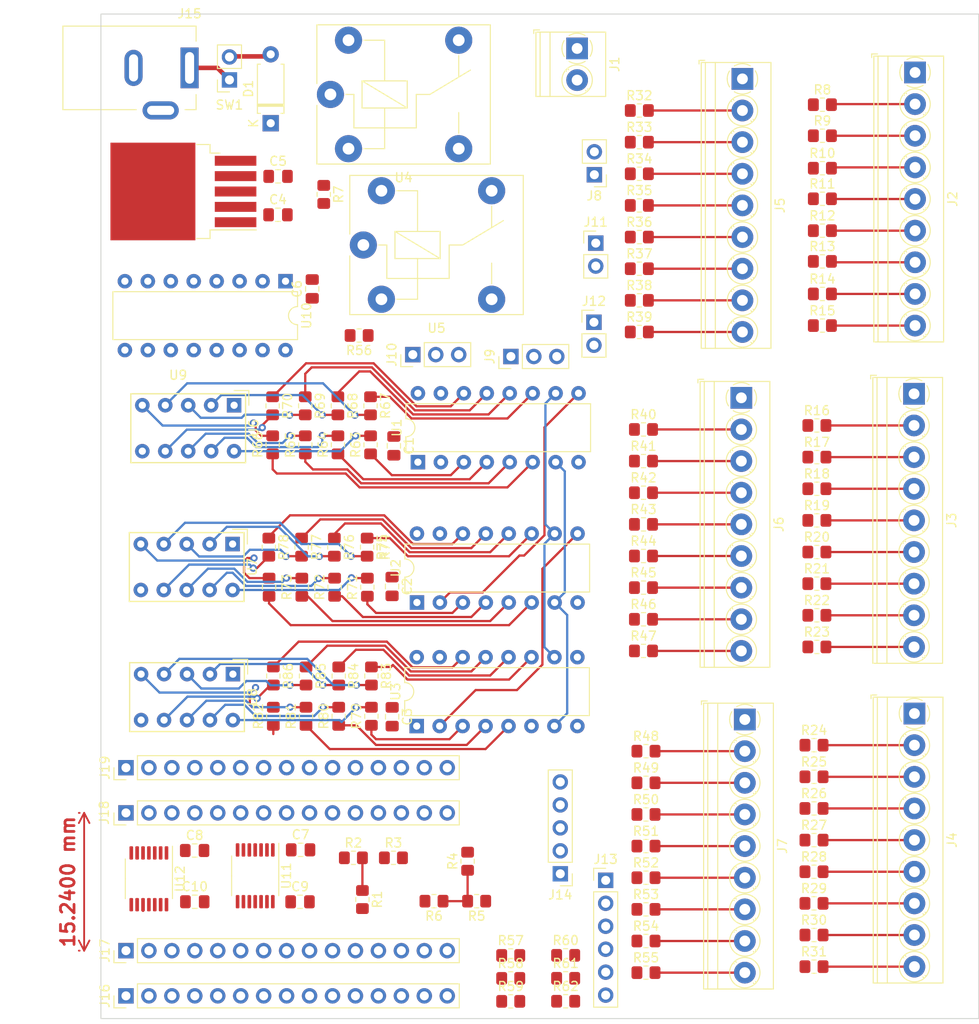
<source format=kicad_pcb>
(kicad_pcb (version 20211014) (generator pcbnew)
  (layers (0 "F.Cu" signal) (31 "B.Cu" signal) (34 "B.Paste" user) (35 "F.Paste" user) (36 "B.SilkS" user "B.Silkscreen") (37 "F.SilkS" user "F.Silkscreen") (38 "B.Mask" user) (39 "F.Mask" user) (44 "Edge.Cuts" user))
  (net 0 "")
  (net 1 "GND")
  (net 2 "+5V")
  (net 3 "+12V")
  (net 4 "+3V3")
  (net 5 "Net-(D1-Pad2)")
  (net 6 "Net-(J1-Pad1)")
  (net 7 "Net-(J2-Pad2)")
  (net 8 "Net-(J2-Pad3)")
  (net 9 "Net-(J2-Pad4)")
  (net 10 "Net-(J2-Pad5)")
  (net 11 "Net-(J2-Pad6)")
  (net 12 "Net-(J2-Pad7)")
  (net 13 "Net-(J2-Pad8)")
  (net 14 "Net-(J3-Pad2)")
  (net 15 "Net-(J3-Pad3)")
  (net 16 "Net-(J3-Pad4)")
  (net 17 "Net-(J3-Pad5)")
  (net 18 "Net-(J3-Pad6)")
  (net 19 "Net-(J3-Pad7)")
  (net 20 "Net-(J3-Pad8)")
  (net 21 "Net-(J4-Pad2)")
  (net 22 "Net-(J4-Pad3)")
  (net 23 "Net-(J4-Pad4)")
  (net 24 "Net-(J4-Pad5)")
  (net 25 "Net-(J4-Pad6)")
  (net 26 "Net-(J4-Pad7)")
  (net 27 "Net-(J4-Pad8)")
  (net 28 "Net-(J5-Pad2)")
  (net 29 "Net-(J5-Pad3)")
  (net 30 "Net-(J5-Pad4)")
  (net 31 "Net-(J5-Pad5)")
  (net 32 "Net-(J5-Pad6)")
  (net 33 "Net-(J5-Pad7)")
  (net 34 "Net-(J5-Pad8)")
  (net 35 "Net-(J6-Pad2)")
  (net 36 "Net-(J6-Pad3)")
  (net 37 "Net-(J6-Pad4)")
  (net 38 "Net-(J6-Pad5)")
  (net 39 "Net-(J6-Pad6)")
  (net 40 "Net-(J6-Pad7)")
  (net 41 "Net-(J6-Pad8)")
  (net 42 "Net-(J7-Pad2)")
  (net 43 "Net-(J7-Pad3)")
  (net 44 "Net-(J7-Pad4)")
  (net 45 "Net-(J7-Pad5)")
  (net 46 "Net-(J7-Pad6)")
  (net 47 "Net-(J7-Pad7)")
  (net 48 "Net-(J7-Pad8)")
  (net 49 "Net-(J8-Pad1)")
  (net 50 "/level_shifters/IN_3V3_7")
  (net 51 "Net-(J14-Pad3)")
  (net 52 "/level_shifters/OUT_5V_7")
  (net 53 "/level_shifters/IN_3V3_8")
  (net 54 "Net-(J10-Pad2)")
  (net 55 "/level_shifters/OUT_5V_8")
  (net 56 "Net-(J13-Pad1)")
  (net 57 "Net-(J13-Pad2)")
  (net 58 "Net-(J13-Pad3)")
  (net 59 "Net-(J13-Pad4)")
  (net 60 "Net-(J13-Pad5)")
  (net 61 "Net-(J13-Pad6)")
  (net 62 "Net-(J15-Pad1)")
  (net 67 "/level_shifters/IN_3V3_4")
  (net 68 "/level_shifters/IN_3V3_6")
  (net 69 "/level_shifters/IN_3V3_3")
  (net 72 "/level_shifters/IN_3V3_5")
  (net 81 "/level_shifters/IN_3V3_1")
  (net 86 "/level_shifters/IN_3V3_2")
  (net 90 "/level_shifters/OUT_5V_3")
  (net 91 "/level_shifters/OUT_5V_4")
  (net 92 "Net-(R7-Pad1)")
  (net 93 "/auxillary_sr/AUX_SR_1")
  (net 94 "/board_output/DIGIT1_1")
  (net 95 "/board_output/DIGIT1_2")
  (net 96 "/board_output/DIGIT1_3")
  (net 97 "/board_output/DIGIT1_4")
  (net 98 "/board_output/DIGIT1_5")
  (net 99 "/board_output/DIGIT1_6")
  (net 100 "/board_output/DIGIT1_7")
  (net 101 "/board_output/DIGIT1_8")
  (net 102 "/board_output/DIGIT2_1")
  (net 103 "/board_output/DIGIT2_2")
  (net 104 "/board_output/DIGIT2_3")
  (net 105 "/board_output/DIGIT2_4")
  (net 106 "/board_output/DIGIT2_5")
  (net 107 "/board_output/DIGIT2_6")
  (net 108 "/board_output/DIGIT2_7")
  (net 109 "/board_output/DIGIT2_8")
  (net 110 "/board_output/DIGIT3_1")
  (net 111 "/board_output/DIGIT3_2")
  (net 112 "/board_output/DIGIT3_3")
  (net 113 "/board_output/DIGIT3_4")
  (net 114 "/board_output/DIGIT3_5")
  (net 115 "/board_output/DIGIT3_6")
  (net 116 "/board_output/DIGIT3_7")
  (net 117 "/board_output/DIGIT3_8")
  (net 118 "Net-(R56-Pad1)")
  (net 119 "/auxillary_sr/AUX_SR_2")
  (net 121 "/auxillary_sr/AUX_SR_3")
  (net 122 "/auxillary_sr/AUX_SR_4")
  (net 123 "/auxillary_sr/AUX_SR_5")
  (net 124 "/auxillary_sr/AUX_SR_6")
  (net 125 "/auxillary_sr/AUX_SR_7")
  (net 126 "Net-(R63-Pad2)")
  (net 127 "Net-(R64-Pad2)")
  (net 128 "Net-(R65-Pad2)")
  (net 129 "Net-(R66-Pad2)")
  (net 130 "Net-(R67-Pad2)")
  (net 131 "Net-(R68-Pad2)")
  (net 132 "Net-(R69-Pad2)")
  (net 133 "Net-(R70-Pad2)")
  (net 134 "Net-(R71-Pad2)")
  (net 135 "Net-(R72-Pad2)")
  (net 136 "Net-(R73-Pad2)")
  (net 137 "Net-(R74-Pad2)")
  (net 138 "Net-(R75-Pad2)")
  (net 139 "Net-(R76-Pad2)")
  (net 140 "Net-(R77-Pad2)")
  (net 141 "Net-(R78-Pad2)")
  (net 142 "Net-(R79-Pad2)")
  (net 143 "Net-(R80-Pad2)")
  (net 144 "Net-(R81-Pad2)")
  (net 145 "Net-(R82-Pad2)")
  (net 146 "Net-(R83-Pad2)")
  (net 147 "Net-(R84-Pad2)")
  (net 148 "Net-(R85-Pad2)")
  (net 149 "Net-(R86-Pad2)")
  (net 150 "/level_shifters/OUT_5V_1")
  (net 151 "Net-(U1-Pad9)")
  (net 152 "/level_shifters/OUT_5V_5")
  (net 153 "/level_shifters/OUT_5V_2")
  (net 154 "Net-(U2-Pad9)")
  (net 155 "/level_shifters/OUT_5V_6")
  (net 156 "/auxillary_sr/AUX_SR_8")
  (net 158 "Net-(J2-Pad9)")
  (net 159 "Net-(J3-Pad9)")
  (net 160 "Net-(J4-Pad9)")
  (net 161 "Net-(J5-Pad9)")
  (net 162 "Net-(J6-Pad9)")
  (net 163 "Net-(J7-Pad9)")
  (net 164 "/nCLR_PULLED")
  (net 165 "/nOE_PULLED")
  (footprint "Resistor_SMD:R_0805_2012Metric_Pad1.20x1.40mm_HandSolder" (layer "F.Cu") (at 160.02 145.405)
    (fp_text reference "R62")
    (fp_text value "0")
  )
  (footprint "Resistor_SMD:R_0805_2012Metric_Pad1.20x1.40mm_HandSolder" (layer "F.Cu") (at 131.284816 109.423634 -90)
    (fp_text reference "R85")
    (fp_text value "120")
  )
  (footprint "Resistor_SMD:R_0805_2012Metric_Pad1.20x1.40mm_HandSolder" (layer "F.Cu") (at 187.506274 120.576782)
    (fp_text reference "R25")
    (fp_text value "15")
  )
  (footprint "Display_7Segment:HDSP-A151" (layer "F.Cu") (at 123.157197 94.828799 -90)
    (fp_text reference "U7")
    (fp_text value "HDSP-7501")
  )
  (footprint "Resistor_SMD:R_0805_2012Metric_Pad1.20x1.40mm_HandSolder" (layer "F.Cu") (at 187.827774 102.711074)
    (fp_text reference "R22")
    (fp_text value "15")
  )
  (footprint "Resistor_SMD:R_0805_2012Metric_Pad1.20x1.40mm_HandSolder" (layer "F.Cu") (at 138.04546 95.170303 -90)
    (fp_text reference "R75")
    (fp_text value "120")
  )
  (footprint "Connector_PinHeader_2.54mm:PinHeader_1x02_P2.54mm_Vertical" (layer "F.Cu") (at 163.151026 70.292802)
    (fp_text reference "J12")
    (fp_text value "5V POW CONN")
  )
  (footprint "Resistor_SMD:R_0805_2012Metric_Pad1.20x1.40mm_HandSolder" (layer "F.Cu") (at 134.817071 83.853679 90)
    (fp_text reference "R64")
    (fp_text value "120")
  )
  (footprint "Resistor_SMD:R_0805_2012Metric_Pad1.20x1.40mm_HandSolder" (layer "F.Cu") (at 168.91 135.24)
    (fp_text reference "R53")
    (fp_text value "15")
  )
  (footprint "Relay_THT:Relay_SPDT_Finder_36.11" (layer "F.Cu") (at 133.985 45.092382)
    (fp_text reference "U4")
    (fp_text value "J107F1CS1212VDC.36")
  )
  (footprint "Connector_PinHeader_2.54mm:PinHeader_1x03_P2.54mm_Vertical" (layer "F.Cu") (at 143.103626 73.872786 90)
    (fp_text reference "J10")
    (fp_text value "Conn_01x03_Male")
  )
  (footprint "Resistor_SMD:R_0805_2012Metric_Pad1.20x1.40mm_HandSolder" (layer "F.Cu") (at 187.506274 138.076782)
    (fp_text reference "R30")
    (fp_text value "15")
  )
  (footprint "Resistor_SMD:R_0805_2012Metric_Pad1.20x1.40mm_HandSolder" (layer "F.Cu") (at 127.193653 99.599008 90)
    (fp_text reference "R74")
    (fp_text value "120")
  )
  (footprint "Resistor_SMD:R_0805_2012Metric_Pad1.20x1.40mm_HandSolder" (layer "F.Cu") (at 134.900052 113.878799 90)
    (fp_text reference "R80")
    (fp_text value "120")
  )
  (footprint "Resistor_SMD:R_0805_2012Metric_Pad1.20x1.40mm_HandSolder" (layer "F.Cu") (at 168.172654 64.369276)
    (fp_text reference "R37")
    (fp_text value "15")
  )
  (footprint "Connector_BarrelJack:BarrelJack_Kycon_KLDX-0202-xC_Horizontal" (layer "F.Cu") (at 118.394115 42.154247)
    (fp_text reference "J15")
    (fp_text value "Barrel_Jack")
  )
  (footprint "Resistor_SMD:R_0805_2012Metric_Pad1.20x1.40mm_HandSolder" (layer "F.Cu") (at 168.91 121.24)
    (fp_text reference "R49")
    (fp_text value "15")
  )
  (footprint "Connector_PinHeader_2.54mm:PinHeader_1x03_P2.54mm_Vertical" (layer "F.Cu") (at 153.957791 74.082486 90)
    (fp_text reference "J9")
    (fp_text value "Conn_01x03_Male")
  )
  (footprint "Package_DIP:DIP-16_W7.62mm" (layer "F.Cu") (at 143.559032 101.293677 90)
    (fp_text reference "U2")
    (fp_text value "TPIC6595")
  )
  (footprint "Resistor_SMD:R_0805_2012Metric_Pad1.20x1.40mm_HandSolder" (layer "F.Cu") (at 168.632785 96.150397)
    (fp_text reference "R44")
    (fp_text value "15")
  )
  (footprint "Capacitor_SMD:C_0805_2012Metric_Pad1.18x1.45mm_HandSolder" (layer "F.Cu") (at 131.969573 66.60491 90)
    (fp_text reference "C6")
    (fp_text value "C_Small")
  )
  (footprint "Resistor_SMD:R_0805_2012Metric_Pad1.20x1.40mm_HandSolder" (layer "F.Cu") (at 134.419338 95.170303 -90)
    (fp_text reference "R76")
    (fp_text value "120")
  )
  (footprint "Resistor_SMD:R_0805_2012Metric_Pad1.20x1.40mm_HandSolder" (layer "F.Cu") (at 127.167088 95.170303 -90)
    (fp_text reference "R78")
    (fp_text value "120")
  )
  (footprint "Resistor_SMD:R_0805_2012Metric_Pad1.20x1.40mm_HandSolder" (layer "F.Cu") (at 187.827774 88.711074)
    (fp_text reference "R18")
    (fp_text value "15")
  )
  (footprint "Package_DIP:DIP-16_W7.62mm" (layer "F.Cu") (at 129.013876 65.751528 -90)
    (fp_text reference "U10")
    (fp_text value "TPIC6595")
  )
  (footprint "Resistor_SMD:R_0805_2012Metric_Pad1.20x1.40mm_HandSolder" (layer "F.Cu") (at 138.429508 83.853679 90)
    (fp_text reference "R63")
    (fp_text value "120")
  )
  (footprint "Resistor_SMD:R_0805_2012Metric_Pad1.20x1.40mm_HandSolder" (layer "F.Cu") (at 138.518623 113.878799 90)
    (fp_text reference "R79")
    (fp_text value "120")
  )
  (footprint "Resistor_SMD:R_0805_2012Metric_Pad1.20x1.40mm_HandSolder" (layer "F.Cu") (at 145.44745 134.331703 180)
    (fp_text reference "R6")
    (fp_text value "100k")
  )
  (footprint "Resistor_SMD:R_0805_2012Metric_Pad1.20x1.40mm_HandSolder" (layer "F.Cu") (at 188.434213 60.16074)
    (fp_text reference "R12")
    (fp_text value "15")
  )
  (footprint "Resistor_SMD:R_0805_2012Metric_Pad1.20x1.40mm_HandSolder" (layer "F.Cu") (at 133.244838 56.15 -90)
    (fp_text reference "R7")
    (fp_text value "0")
  )
  (footprint "Capacitor_SMD:C_0805_2012Metric_Pad1.18x1.45mm_HandSolder" (layer "F.Cu") (at 128.177985 58.405213)
    (fp_text reference "C4")
    (fp_text value "10u")
  )
  (footprint "TerminalBlock_Phoenix:TerminalBlock_Phoenix_PT-1,5-9-3.5-H_1x09_P3.50mm_Horizontal" (layer "F.Cu") (at 179.584971 43.369276 -90)
    (fp_text reference "J5")
    (fp_text value "DIGIT4")
  )
  (footprint "Connector_PinHeader_2.54mm:PinHeader_1x06_P2.54mm_Vertical" (layer "F.Cu") (at 164.449681 132.027874)
    (fp_text reference "J13")
    (fp_text value "AUX SINK")
  )
  (footprint "Resistor_SMD:R_0805_2012Metric_Pad1.20x1.40mm_HandSolder" (layer "F.Cu") (at 187.827774 92.211074)
    (fp_text reference "R19")
    (fp_text value "15")
  )
  (footprint "Resistor_SMD:R_0805_2012Metric_Pad1.20x1.40mm_HandSolder" (layer "F.Cu") (at 187.506274 141.576782)
    (fp_text reference "R31")
    (fp_text value "15")
  )
  (footprint "Resistor_SMD:R_0805_2012Metric_Pad1.20x1.40mm_HandSolder" (layer "F.Cu") (at 160.02 142.865)
    (fp_text reference "R61")
    (fp_text value "0")
  )
  (footprint "Resistor_SMD:R_0805_2012Metric_Pad1.20x1.40mm_HandSolder" (layer "F.Cu") (at 130.819775 99.599008 90)
    (fp_text reference "R73")
    (fp_text value "120")
  )
  (footprint "TerminalBlock_Phoenix:TerminalBlock_Phoenix_PT-1,5-9-3.5-H_1x09_P3.50mm_Horizontal" (layer "F.Cu") (at 179.462514 78.650397 -90)
    (fp_text reference "J6")
    (fp_text value "DIGIT5")
  )
  (footprint "Resistor_SMD:R_0805_2012Metric_Pad1.20x1.40mm_HandSolder" (layer "F.Cu") (at 187.827774 99.211074)
    (fp_text reference "R21")
    (fp_text value "15")
  )
  (footprint "Package_SO:TSSOP-14_4.4x5mm_P0.65mm" (layer "F.Cu") (at 125.658143 131.529274 -90)
    (fp_text reference "U11")
    (fp_text value "TXU0104")
  )
  (footprint "Resistor_SMD:R_0805_2012Metric_Pad1.20x1.40mm_HandSolder" (layer "F.Cu") (at 168.172654 57.369276)
    (fp_text reference "R35")
    (fp_text value "15")
  )
  (footprint "Connector_PinHeader_2.54mm:PinHeader_1x02_P2.54mm_Vertical" (layer "F.Cu") (at 163.352035 61.538366)
    (fp_text reference "J11")
    (fp_text value "12V POW CONN")
  )
  (footprint "Resistor_SMD:R_0805_2012Metric_Pad1.20x1.40mm_HandSolder" (layer "F.Cu") (at 134.903387 109.423634 -90)
    (fp_text reference "R84")
    (fp_text value "120")
  )
  (footprint "Connector_PinHeader_2.54mm:PinHeader_1x02_P2.54mm_Vertical" (layer "F.Cu") (at 163.195 53.975 180)
    (fp_text reference "J8")
    (fp_text value "AUX 12V OUT")
  )
  (footprint "Resistor_SMD:R_0805_2012Metric_Pad1.20x1.40mm_HandSolder" (layer "F.Cu") (at 187.827774 85.211074)
    (fp_text reference "R17")
    (fp_text value "15")
  )
  (footprint "Capacitor_SMD:C_0805_2012Metric_Pad1.18x1.45mm_HandSolder" (layer "F.Cu") (at 118.971043 134.398465)
    (fp_text reference "C10")
    (fp_text value "0.1u")
  )
  (footprint "Resistor_SMD:R_0805_2012Metric_Pad1.20x1.40mm_HandSolder" (layer "F.Cu") (at 153.94 145.415)
    (fp_text reference "R59")
    (fp_text value "0")
  )
  (footprint "Resistor_SMD:R_0805_2012Metric_Pad1.20x1.40mm_HandSolder" (layer "F.Cu") (at 187.827774 81.711074)
    (fp_text reference "R16")
    (fp_text value "15")
  )
  (footprint "Resistor_SMD:R_0805_2012Metric_Pad1.20x1.40mm_HandSolder" (layer "F.Cu") (at 188.434213 63.558899)
    (fp_text reference "R13")
    (fp_text value "15")
  )
  (footprint "Capacitor_SMD:C_0805_2012Metric_Pad1.18x1.45mm_HandSolder" (layer "F.Cu") (at 130.621109 134.404824)
    (fp_text reference "C9")
    (fp_text value "0.1u")
  )
  (footprint "Connector_PinHeader_2.54mm:PinHeader_1x15_P2.54mm_Vertical" (layer "F.Cu") (at 111.354287 119.567941 90)
    (fp_text reference "J19")
    (fp_text value "CN4 Breakout")
  )
  (footprint "Capacitor_SMD:C_0805_2012Metric_Pad1.18x1.45mm_HandSolder" (layer "F.Cu") (at 128.188588 54.153475)
    (fp_text reference "C5")
    (fp_text value "10u")
  )
  (footprint "Resistor_SMD:R_0805_2012Metric_Pad1.20x1.40mm_HandSolder" (layer "F.Cu") (at 187.827774 106.211074)
    (fp_text reference "R23")
    (fp_text value "15")
  )
  (footprint "Resistor_SMD:R_0805_2012Metric_Pad1.20x1.40mm_HandSolder" (layer "F.Cu") (at 168.91 131.74)
    (fp_text reference "R52")
    (fp_text value "15")
  )
  (footprint "Resistor_SMD:R_0805_2012Metric_Pad1.20x1.40mm_HandSolder" (layer "F.Cu") (at 134.810186 79.537043 -90)
    (fp_text reference "R68")
    (fp_text value "120")
  )
  (footprint "Relay_THT:Relay_SPDT_Finder_36.11" (layer "F.Cu") (at 137.627796 61.74655)
    (fp_text reference "U5")
    (fp_text value "J107F1CS1212VDC.36")
  )
  (footprint "Resistor_SMD:R_0805_2012Metric_Pad1.20x1.40mm_HandSolder" (layer "F.Cu") (at 138.072019 99.599008 90)
    (fp_text reference "R71")
    (fp_text value "120")
  )
  (footprint "Capacitor_SMD:C_0805_2012Metric_Pad1.18x1.45mm_HandSolder" (layer "F.Cu") (at 140.805684 99.520902 -90)
    (fp_text reference "C2")
    (fp_text value "C_Small")
  )
  (footprint "Resistor_SMD:R_0805_2012Metric_Pad1.20x1.40mm_HandSolder" (layer "F.Cu") (at 168.172654 50.369276)
    (fp_text reference "R33")
    (fp_text value "15")
  )
  (footprint "Resistor_SMD:R_0805_2012Metric_Pad1.20x1.40mm_HandSolder" (layer "F.Cu") (at 187.506274 134.576782)
    (fp_text reference "R29")
    (fp_text value "15")
  )
  (footprint "Resistor_SMD:R_0805_2012Metric_Pad1.20x1.40mm_HandSolder" (layer "F.Cu") (at 168.91 128.24)
    (fp_text reference "R51")
    (fp_text value "15")
  )
  (footprint "Capacitor_SMD:C_0805_2012Metric_Pad1.18x1.45mm_HandSolder" (layer "F.Cu") (at 140.815256 113.929769 -90)
    (fp_text reference "C3")
    (fp_text value "C_Small")
  )
  (footprint "Resistor_SMD:R_0805_2012Metric_Pad1.20x1.40mm_HandSolder" (layer "F.Cu") (at 140.956805 129.54)
    (fp_text reference "R3")
    (fp_text value "100k")
  )
  (footprint "Connector_PinSocket_2.54mm:PinSocket_1x02_P2.54mm_Vertical" (layer "F.Cu") (at 122.808545 43.484201 180)
    (fp_text reference "SW1")
    (fp_text value "SW_DIP_x01")
  )
  (footprint "TerminalBlock_Phoenix:TerminalBlock_Phoenix_PT-1,5-9-3.5-H_1x09_P3.50mm_Horizontal" (layer "F.Cu") (at 198.620507 113.576782 -90)
    (fp_text reference "J4")
    (fp_text value "DIGIT3")
  )
  (footprint "TerminalBlock_Phoenix:TerminalBlock_Phoenix_PT-1,5-9-3.5-H_1x09_P3.50mm_Horizontal" (layer "F.Cu") (at 198.691614 42.66074 -90)
    (fp_text reference "J2")
    (fp_text value "DIGIT1")
  )
  (footprint "Resistor_SMD:R_0805_2012Metric_Pad1.20x1.40mm_HandSolder" (layer "F.Cu") (at 127.66291 113.878799 90)
    (fp_text reference "R82")
    (fp_text value "120")
  )
  (footprint "Resistor_SMD:R_0805_2012Metric_Pad1.20x1.40mm_HandSolder" (layer "F.Cu") (at 149.167793 129.914034 90)
    (fp_text reference "R4")
    (fp_text value "0")
  )
  (footprint "Connector_PinHeader_2.54mm:PinHeader_1x05_P2.54mm_Vertical" (layer "F.Cu") (at 159.425083 131.305661 180)
    (fp_text reference "J14")
    (fp_text value "AUX GPIO")
  )
  (footprint "Resistor_SMD:R_0805_2012Metric_Pad1.20x1.40mm_HandSolder" (layer "F.Cu") (at 187.827774 95.711074)
    (fp_text reference "R20")
    (fp_text value "15")
  )
  (footprint "Resistor_SMD:R_0805_2012Metric_Pad1.20x1.40mm_HandSolder" (layer "F.Cu") (at 168.91 138.74)
    (fp_text reference "R54")
    (fp_text value "15")
  )
  (footprint "Resistor_SMD:R_0805_2012Metric_Pad1.20x1.40mm_HandSolder" (layer "F.Cu") (at 168.172654 60.869276)
    (fp_text reference "R36")
    (fp_text value "15")
  )
  (footprint "Resistor_SMD:R_0805_2012Metric_Pad1.20x1.40mm_HandSolder" (layer "F.Cu") (at 188.434213 56.635462)
    (fp_text reference "R11")
    (fp_text value "15")
  )
  (footprint "Connector_PinHeader_2.54mm:PinHeader_1x15_P2.54mm_Vertical" (layer "F.Cu") (at 111.354287 139.807941 90)
    (fp_text reference "J17")
    (fp_text value "CN3")
  )
  (footprint "Resistor_SMD:R_0805_2012Metric_Pad1.20x1.40mm_HandSolder" (layer "F.Cu") (at 168.172654 53.869276)
    (fp_text reference "R34")
    (fp_text value "15")
  )
  (footprint "Resistor_SMD:R_0805_2012Metric_Pad1.20x1.40mm_HandSolder" (layer "F.Cu") (at 168.91 117.74)
    (fp_text reference "R48")
    (fp_text value "15")
  )
  (footprint "Resistor_SMD:R_0805_2012Metric_Pad1.20x1.40mm_HandSolder" (layer "F.Cu") (at 131.281481 113.878799 90)
    (fp_text reference "R81")
    (fp_text value "120")
  )
  (footprint "Resistor_SMD:R_0805_2012Metric_Pad1.20x1.40mm_HandSolder" (layer "F.Cu") (at 187.506274 117.076782)
    (fp_text reference "R24")
    (fp_text value "15")
  )
  (footprint "Resistor_SMD:R_0805_2012Metric_Pad1.20x1.40mm_HandSolder" (layer "F.Cu") (at 136.525 129.54)
    (fp_text reference "R2")
    (fp_text value "100k")
  )
  (footprint "Resistor_SMD:R_0805_2012Metric_Pad1.20x1.40mm_HandSolder" (layer "F.Cu") (at 168.172654 67.869276)
    (fp_text reference "R38")
    (fp_text value "15")
  )
  (footprint "Capacitor_SMD:C_0805_2012Metric_Pad1.18x1.45mm_HandSolder" (layer "F.Cu") (at 118.954133 128.729091)
    (fp_text reference "C8")
    (fp_text value "0.1u")
  )
  (footprint "Resistor_SMD:R_0805_2012Metric_Pad1.20x1.40mm_HandSolder" (layer "F.Cu") (at 188.434213 67.16074)
    (fp_text reference "R14")
    (fp_text value "15")
  )
  (footprint "Package_DIP:DIP-16_W7.62mm" (layer "F.Cu") (at 143.535181 114.962373 90)
    (fp_text reference "U3")
    (fp_text value "TPIC6595")
  )
  (footprint "Resistor_SMD:R_0805_2012Metric_Pad1.20x1.40mm_HandSolder" (layer "F.Cu") (at 168.632785 85.650397)
    (fp_text reference "R41")
    (fp_text value "15")
  )
  (footprint "Resistor_SMD:R_0805_2012Metric_Pad1.20x1.40mm_HandSolder" (layer "F.Cu") (at 134.445897 99.599008 90)
    (fp_text reference "R72")
    (fp_text value "120")
  )
  (footprint "Capacitor_SMD:C_0805_2012Metric_Pad1.18x1.45mm_HandSolder" (layer "F.Cu") (at 141.006277 83.965165 -90)
    (fp_text reference "C1")
    (fp_text value "C_Small")
  )
  (footprint "Resistor_SMD:R_0805_2012Metric_Pad1.20x1.40mm_HandSolder" (layer "F.Cu") (at 188.434213 53.25067)
    (fp_text reference "R10")
    (fp_text value "15")
  )
  (footprint "Resistor_SMD:R_0805_2012Metric_Pad1.20x1.40mm_HandSolder" (layer "F.Cu") (at 153.94 142.875)
    (fp_text reference "R58")
    (fp_text value "0")
  )
  (footprint "Resistor_SMD:R_0805_2012Metric_Pad1.20x1.40mm_HandSolder" (layer "F.Cu") (at 187.506274 131.076782)
    (fp_text reference "R28")
    (fp_text value "15")
  )
  (footprint "Diode_THT:D_A-405_P7.62mm_Horizontal" (layer "F.Cu") (at 127.374236 48.274434 90)
    (fp_text reference "D1")
    (fp_text value "D_Schottky")
  )
  (footprint "Resistor_SMD:R_0805_2012Metric_Pad1.20x1.40mm_HandSolder" (layer "F.Cu") (at 168.632785 82.150397)
    (fp_text reference "R40")
    (fp_text value "15")
  )
  (footprint "Resistor_SMD:R_0805_2012Metric_Pad1.20x1.40mm_HandSolder" (layer "F.Cu") (at 168.632785 89.150397)
    (fp_text reference "R42")
    (fp_text value "15")
  )
  (footprint "Capacitor_SMD:C_0805_2012Metric_Pad1.18x1.45mm_HandSolder" (layer "F.Cu") (at 130.682605 128.655795)
    (fp_text reference "C7")
    (fp_text value "0.1u")
  )
  (footprint "TerminalBlock_Phoenix:TerminalBlock_Phoenix_PT-1,5-9-3.5-H_1x09_P3.50mm_Horizontal" (layer "F.Cu") (at 179.850479 114.24 -90)
    (fp_text reference "J7")
    (fp_text value "DIGIT6")
  )
  (footprint "Resistor_SMD:R_0805_2012Metric_Pad1.20x1.40mm_HandSolder" (layer "F.Cu") (at 153.94 140.335)
    (fp_text reference "R57")
    (fp_text value "0")
  )
  (footprint "Package_TO_SOT_SMD:TO-263-5_TabPin6" (layer "F.Cu") (at 117.711507 55.827846 180)
    (fp_text reference "U9")
    (fp_text value "BD50FD0WFP")
  )
  (footprint "Resistor_SMD:R_0805_2012Metric_Pad1.20x1.40mm_HandSolder" (layer "F.Cu") (at 168.172654 71.369276)
    (fp_text reference "R39")
    (fp_text value "15")
  )
  (footprint "TerminalBlock_Phoenix:TerminalBlock_Phoenix_PT-1,5-2-3.5-H_1x02_P3.50mm_Horizontal" (layer "F.Cu") (at 161.29 40.005 -90)
    (fp_text reference "J1")
    (fp_text value "SPEAKER ENABLE")
  )
  (footprint "Resistor_SMD:R_0805_2012Metric_Pad1.20x1.40mm_HandSolder" (layer "F.Cu") (at 138.521958 109.423634 -90)
    (fp_text reference "R83")
    (fp_text value "120")
  )
  (footprint "Package_DIP:DIP-16_W7.62mm" (layer "F.Cu") (at 143.667231 85.768023 90)
    (fp_text reference "U1")
    (fp_text value "TPIC6595")
  )
  (footprint "Resistor_SMD:R_0805_2012Metric_Pad1.20x1.40mm_HandSolder" (layer "F.Cu") (at 130.793216 95.170303 -90)
    (fp_text reference "R77")
    (fp_text value "120")
  )
  (footprint "Resistor_SMD:R_0805_2012Metric_Pad1.20x1.40mm_HandSolder" (layer "F.Cu") (at 187.506274 127.576782)
    (fp_text reference "R27")
    (fp_text value "15")
  )
  (footprint "Resistor_SMD:R_0805_2012Metric_Pad1.20x1.40mm_HandSolder" (layer "F.Cu") (at 168.632785 92.650397)
    (fp_text reference "R43")
    (fp_text value "15")
  )
  (footprint "Resistor_SMD:R_0805_2012Metric_Pad1.20x1.40mm_HandSolder" (layer "F.Cu") (at 168.632785 103.150397)
    (fp_text reference "R46")
    (fp_text value "15")
  )
  (footprint "Package_SO:TSSOP-14_4.4x5mm_P0.65mm" (layer "F.Cu") (at 113.891043 131.858465 -90)
    (fp_text reference "U12")
    (fp_text value "TXU0104")
  )
  (footprint "Resistor_SMD:R_0805_2012Metric_Pad1.20x1.40mm_HandSolder" (layer "F.Cu") (at 150.167793 134.331703 180)
    (fp_text reference "R5")
    (fp_text value "100k")
  )
  (footprint "Resistor_SMD:R_0805_2012Metric_Pad1.20x1.40mm_HandSolder" (layer "F.Cu") (at 137.16 71.755 180)
    (fp_text reference "R56")
    (fp_text value "0")
  )
  (footprint "Resistor_SMD:R_0805_2012Metric_Pad1.20x1.40mm_HandSolder" (layer "F.Cu") (at 160.02 140.325)
    (fp_text reference "R60")
    (fp_text value "0")
  )
  (footprint "Resistor_SMD:R_0805_2012Metric_Pad1.20x1.40mm_HandSolder" (layer "F.Cu") (at 131.204634 83.853679 90)
    (fp_text reference "R65")
    (fp_text value "120")
  )
  (footprint "Resistor_SMD:R_0805_2012Metric_Pad1.20x1.40mm_HandSolder" (layer "F.Cu") (at 127.585311 79.537043 -90)
    (fp_text reference "R70")
    (fp_text value "120")
  )
  (footprint "Display_7Segment:HDSP-A151" (layer "F.Cu") (at 123.324442 79.473871 -90)
    (fp_text reference "U6")
    (fp_text value "HDSP-7501")
  )
  (footprint "Resistor_SMD:R_0805_2012Metric_Pad1.20x1.40mm_HandSolder" (layer "F.Cu") (at 168.632785 106.650397)
    (fp_text reference "R47")
    (fp_text value "15")
  )
  (footprint "Resistor_SMD:R_0805_2012Metric_Pad1.20x1.40mm_HandSolder" (layer "F.Cu") (at 188.434213 70.66074)
    (fp_text reference "R15")
    (fp_text value "15")
  )
  (footprint "TerminalBlock_Phoenix:TerminalBlock_Phoenix_PT-1,5-9-3.5-H_1x09_P3.50mm_Horizontal" (layer "F.Cu") (at 198.579746 78.211074 -90)
    (fp_text reference "J3")
    (fp_text value "DIGIT2")
  )
  (footprint "Resistor_SMD:R_0805_2012Metric_Pad1.20x1.40mm_HandSolder" (layer "F.Cu") (at 127.666244 109.423634 -90)
    (fp_text reference "R86")
    (fp_text value "120")
  )
  (footprint "Resistor_SMD:R_0805_2012Metric_Pad1.20x1.40mm_HandSolder" (layer "F.Cu") (at 127.592197 83.853679 90)
    (fp_text reference "R66")
    (fp_text value "120")
  )
  (footprint "Connector_PinHeader_2.54mm:PinHeader_1x15_P2.54mm_Vertical" (layer "F.Cu") (at 111.354287 144.807941 90)
    (fp_text reference "J16")
    (fp_text value "CN3 Breakout")
  )
  (footprint "Resistor_SMD:R_0805_2012Metric_Pad1.20x1.40mm_HandSolder" (layer "F.Cu") (at 138.422623 79.537043 -90)
    (fp_text reference "R67")
    (fp_text value "120")
  )
  (footprint "Resistor_SMD:R_0805_2012Metric_Pad1.20x1.40mm_HandSolder" (layer "F.Cu") (at 168.91 124.74)
    (fp_text reference "R50")
    (fp_text value "15")
  )
  (footprint "Resistor_SMD:R_0805_2012Metric_Pad1.20x1.40mm_HandSolder" (layer "F.Cu") (at 137.525 134.151207 -90)
    (fp_text reference "R1")
    (fp_text value "0")
  )
  (footprint "Resistor_SMD:R_0805_2012Metric_Pad1.20x1.40mm_HandSolder" (layer "F.Cu") (at 168.172654 46.869276)
    (fp_text reference "R32")
    (fp_text value "15")
  )
  (footprint "Resistor_SMD:R_0805_2012Metric_Pad1.20x1.40mm_HandSolder" (layer "F.Cu") (at 168.632785 99.650397)
    (fp_text reference "R45")
    (fp_text value "15")
  )
  (footprint "Connector_PinHeader_2.54mm:PinHeader_1x15_P2.54mm_Vertical" (layer "F.Cu") (at 111.354287 124.567941 90)
    (fp_text reference "J18")
    (fp_text value "CN4")
  )
  (footprint "Resistor_SMD:R_0805_2012Metric_Pad1.20x1.40mm_HandSolder" (layer "F.Cu") (at 188.434213 46.224664)
    (fp_text reference "R8")
    (fp_text value "15")
  )
  (footprint "Resistor_SMD:R_0805_2012Metric_Pad1.20x1.40mm_HandSolder" (layer "F.Cu") (at 131.197749 79.537043 -90)
    (fp_text reference "R69")
    (fp_text value "120")
  )
  (footprint "Resistor_SMD:R_0805_2012Metric_Pad1.20x1.40mm_HandSolder" (layer "F.Cu") (at 187.506274 124.076782)
    (fp_text reference "R26")
    (fp_text value "15")
  )
  (footprint "Display_7Segment:HDSP-A151" (layer "F.Cu") (at 123.19 109.22 -90)
    (fp_text reference "U8")
    (fp_text value "HDSP-7501")
  )
  (footprint "Resistor_SMD:R_0805_2012Metric_Pad1.20x1.40mm_HandSolder" (layer "F.Cu") (at 168.91 142.24)
    (fp_text reference "R55")
    (fp_text value "15")
  )
  (footprint "Resistor_SMD:R_0805_2012Metric_Pad1.20x1.40mm_HandSolder" (layer "F.Cu") (at 188.434213 49.66074)
    (fp_text reference "R9")
    (fp_text value "15")
  )
  (gr_rect (start 108.585 36.195) (end 205.74 147.32) (layer "Edge.Cuts") (width 0.1) (fill none))
  (dimension (type aligned) (layer "F.Cu") (pts (xy 106.726671 139.807941) (xy 106.726671 124.567941)) (height 0) (gr_text "15.2400 mm" (at 104.926671 132.187941 90) (layer "F.Cu") (effects (font (size 1.5 1.5) (thickness 0.3)))) (format (units 3) (units_format 1) (precision 4)) (style (thickness 0.2) (arrow_length 1.27) (text_position_mode 0) (extension_height 0.58642) (extension_offset 0.5) keep_text_aligned))
  (segment (start 122.868499 40.884247) (end 127.144423 40.884247) (width 0.5) (layer "F.Cu") (net 5))
  (segment (start 122.808545 40.944201) (end 122.868499 40.884247) (width 0.5) (layer "F.Cu") (net 5))
  (segment (start 127.144423 40.884247) (end 127.374236 40.654434) (width 0.5) (layer "F.Cu") (net 5))
  (segment (start 189.498137 46.16074) (end 189.434213 46.224664) (width 0.25) (layer "F.Cu") (net 7))
  (segment (start 198.691614 46.16074) (end 189.498137 46.16074) (width 0.25) (layer "F.Cu") (net 7))
  (segment (start 198.691614 49.66074) (end 189.434213 49.66074) (width 0.25) (layer "F.Cu") (net 8))
  (segment (start 189.524143 53.16074) (end 189.434213 53.25067) (width 0.25) (layer "F.Cu") (net 9))
  (segment (start 198.691614 53.16074) (end 189.524143 53.16074) (width 0.25) (layer "F.Cu") (net 9))
  (segment (start 198.691614 56.66074) (end 189.459491 56.66074) (width 0.25) (layer "F.Cu") (net 10))
  (segment (start 189.459491 56.66074) (end 189.434213 56.635462) (width 0.25) (layer "F.Cu") (net 10))
  (segment (start 198.691614 60.16074) (end 189.434213 60.16074) (width 0.25) (layer "F.Cu") (net 11))
  (segment (start 189.536054 63.66074) (end 189.434213 63.558899) (width 0.25) (layer "F.Cu") (net 12))
  (segment (start 198.691614 63.66074) (end 189.536054 63.66074) (width 0.25) (layer "F.Cu") (net 12))
  (segment (start 198.691614 67.16074) (end 189.434213 67.16074) (width 0.25) (layer "F.Cu") (net 13))
  (segment (start 198.579746 81.711074) (end 188.827774 81.711074) (width 0.25) (layer "F.Cu") (net 14))
  (segment (start 198.579746 85.211074) (end 188.827774 85.211074) (width 0.25) (layer "F.Cu") (net 15))
  (segment (start 198.579746 88.711074) (end 188.827774 88.711074) (width 0.25) (layer "F.Cu") (net 16))
  (segment (start 198.579746 92.211074) (end 188.827774 92.211074) (width 0.25) (layer "F.Cu") (net 17))
  (segment (start 198.579746 95.711074) (end 188.827774 95.711074) (width 0.25) (layer "F.Cu") (net 18))
  (segment (start 198.579746 99.211074) (end 188.827774 99.211074) (width 0.25) (layer "F.Cu") (net 19))
  (segment (start 198.579746 102.711074) (end 188.827774 102.711074) (width 0.25) (layer "F.Cu") (net 20))
  (segment (start 198.620507 117.076782) (end 188.506274 117.076782) (width 0.25) (layer "F.Cu") (net 21))
  (segment (start 198.620507 120.576782) (end 188.506274 120.576782) (width 0.25) (layer "F.Cu") (net 22))
  (segment (start 198.620507 124.076782) (end 188.506274 124.076782) (width 0.25) (layer "F.Cu") (net 23))
  (segment (start 198.620507 127.576782) (end 188.506274 127.576782) (width 0.25) (layer "F.Cu") (net 24))
  (segment (start 198.620507 131.076782) (end 188.506274 131.076782) (width 0.25) (layer "F.Cu") (net 25))
  (segment (start 198.620507 134.576782) (end 188.506274 134.576782) (width 0.25) (layer "F.Cu") (net 26))
  (segment (start 198.620507 138.076782) (end 188.506274 138.076782) (width 0.25) (layer "F.Cu") (net 27))
  (segment (start 169.172654 46.869276) (end 179.584971 46.869276) (width 0.25) (layer "F.Cu") (net 28))
  (segment (start 179.584971 50.369276) (end 169.172654 50.369276) (width 0.25) (layer "F.Cu") (net 29))
  (segment (start 179.584971 53.869276) (end 169.172654 53.869276) (width 0.25) (layer "F.Cu") (net 30))
  (segment (start 179.584971 57.369276) (end 169.172654 57.369276) (width 0.25) (layer "F.Cu") (net 31))
  (segment (start 179.584971 60.869276) (end 169.172654 60.869276) (width 0.25) (layer "F.Cu") (net 32))
  (segment (start 179.584971 64.369276) (end 169.172654 64.369276) (width 0.25) (layer "F.Cu") (net 33))
  (segment (start 179.584971 67.869276) (end 169.172654 67.869276) (width 0.25) (layer "F.Cu") (net 34))
  (segment (start 179.21868 82.150397) (end 169.632785 82.150397) (width 0.25) (layer "F.Cu") (net 35))
  (segment (start 179.21868 85.650397) (end 169.632785 85.650397) (width 0.25) (layer "F.Cu") (net 36))
  (segment (start 179.21868 89.150397) (end 169.632785 89.150397) (width 0.25) (layer "F.Cu") (net 37))
  (segment (start 179.21868 92.650397) (end 169.632785 92.650397) (width 0.25) (layer "F.Cu") (net 38))
  (segment (start 179.21868 96.150397) (end 169.632785 96.150397) (width 0.25) (layer "F.Cu") (net 39))
  (segment (start 179.21868 99.650397) (end 169.632785 99.650397) (width 0.25) (layer "F.Cu") (net 40))
  (segment (start 179.21868 103.150397) (end 169.632785 103.150397) (width 0.25) (layer "F.Cu") (net 41))
  (segment (start 179.610635 117.74) (end 169.91 117.74) (width 0.25) (layer "F.Cu") (net 42))
  (segment (start 179.610635 121.24) (end 169.91 121.24) (width 0.25) (layer "F.Cu") (net 43))
  (segment (start 179.610635 124.74) (end 169.91 124.74) (width 0.25) (layer "F.Cu") (net 44))
  (segment (start 179.610635 128.24) (end 169.91 128.24) (width 0.25) (layer "F.Cu") (net 45))
  (segment (start 179.610635 131.74) (end 169.91 131.74) (width 0.25) (layer "F.Cu") (net 46))
  (segment (start 179.610635 135.24) (end 169.91 135.24) (width 0.25) (layer "F.Cu") (net 47))
  (segment (start 179.610635 138.74) (end 169.91 138.74) (width 0.25) (layer "F.Cu") (net 48))
  (segment (start 118.394115 42.154247) (end 121.478591 42.154247) (width 0.5) (layer "F.Cu") (net 62))
  (segment (start 121.478591 42.154247) (end 122.808545 43.484201) (width 0.5) (layer "F.Cu") (net 62))
  (segment (start 113.241043 135.409506) (end 113.241043 134.720965) (width 0.25) (layer "F.Cu") (net 91))
  (segment (start 140.784628 87.208799) (end 147.306455 87.208799) (width 0.25) (layer "F.Cu") (net 94))
  (segment (start 147.306455 87.208799) (end 148.747231 85.768023) (width 0.25) (layer "F.Cu") (net 94))
  (segment (start 138.429508 84.853679) (end 140.784628 87.208799) (width 0.25) (layer "F.Cu") (net 94))
  (segment (start 149.396455 87.658799) (end 151.287231 85.768023) (width 0.25) (layer "F.Cu") (net 95))
  (segment (start 137.622191 87.658799) (end 149.396455 87.658799) (width 0.25) (layer "F.Cu") (net 95))
  (segment (start 134.817071 84.853679) (end 137.622191 87.658799) (width 0.25) (layer "F.Cu") (net 95))
  (segment (start 131.204634 85.731236) (end 132.047197 86.573799) (width 0.25) (layer "F.Cu") (net 96))
  (segment (start 135.857197 86.573799) (end 137.392197 88.108799) (width 0.25) (layer "F.Cu") (net 96))
  (segment (start 151.486455 88.108799) (end 153.827231 85.768023) (width 0.25) (layer "F.Cu") (net 96))
  (segment (start 137.392197 88.108799) (end 151.486455 88.108799) (width 0.25) (layer "F.Cu") (net 96))
  (segment (start 131.204634 84.853679) (end 131.204634 85.731236) (width 0.25) (layer "F.Cu") (net 96))
  (segment (start 132.047197 86.573799) (end 135.857197 86.573799) (width 0.25) (layer "F.Cu") (net 96))
  (segment (start 153.576455 88.558799) (end 156.367231 85.768023) (width 0.25) (layer "F.Cu") (net 97))
  (segment (start 127.592197 86.563799) (end 128.052197 87.023799) (width 0.25) (layer "F.Cu") (net 97))
  (segment (start 128.052197 87.023799) (end 135.670801 87.023799) (width 0.25) (layer "F.Cu") (net 97))
  (segment (start 137.205801 88.558799) (end 153.576455 88.558799) (width 0.25) (layer "F.Cu") (net 97))
  (segment (start 127.592197 84.853679) (end 127.592197 86.563799) (width 0.25) (layer "F.Cu") (net 97))
  (segment (start 135.670801 87.023799) (end 137.205801 88.558799) (width 0.25) (layer "F.Cu") (net 97))
  (segment (start 140.556072 78.537043) (end 142.957828 80.938799) (width 0.25) (layer "F.Cu") (net 98))
  (segment (start 142.957828 80.938799) (end 153.576455 80.938799) (width 0.25) (layer "F.Cu") (net 98))
  (segment (start 138.422623 78.537043) (end 140.556072 78.537043) (width 0.25) (layer "F.Cu") (net 98))
  (segment (start 153.576455 80.938799) (end 156.367231 78.148023) (width 0.25) (layer "F.Cu") (net 98))
  (segment (start 151.486455 80.488799) (end 153.827231 78.148023) (width 0.25) (layer "F.Cu") (net 99))
  (segment (start 134.810186 78.09581) (end 137.171873 75.734123) (width 0.25) (layer "F.Cu") (net 99))
  (segment (start 137.171873 75.734123) (end 138.389548 75.734123) (width 0.25) (layer "F.Cu") (net 99))
  (segment (start 143.144224 80.488799) (end 151.486455 80.488799) (width 0.25) (layer "F.Cu") (net 99))
  (segment (start 134.810186 78.537043) (end 134.810186 78.09581) (width 0.25) (layer "F.Cu") (net 99))
  (segment (start 138.389548 75.734123) (end 143.144224 80.488799) (width 0.25) (layer "F.Cu") (net 99))
  (segment (start 131.197749 78.537043) (end 131.197749 75.993247) (width 0.25) (layer "F.Cu") (net 100))
  (segment (start 131.197749 75.993247) (end 131.906873 75.284123) (width 0.25) (layer "F.Cu") (net 100))
  (segment (start 131.906873 75.284123) (end 138.575944 75.284123) (width 0.25) (layer "F.Cu") (net 100))
  (segment (start 149.396455 80.038799) (end 151.287231 78.148023) (width 0.25) (layer "F.Cu") (net 100))
  (segment (start 143.33062 80.038799) (end 149.396455 80.038799) (width 0.25) (layer "F.Cu") (net 100))
  (segment (start 138.575944 75.284123) (end 143.33062 80.038799) (width 0.25) (layer "F.Cu") (net 100))
  (segment (start 147.306455 79.588799) (end 143.517016 79.588799) (width 0.25) (layer "F.Cu") (net 101))
  (segment (start 148.747231 78.148023) (end 147.306455 79.588799) (width 0.25) (layer "F.Cu") (net 101))
  (segment (start 143.517016 79.588799) (end 138.76234 74.834123) (width 0.25) (layer "F.Cu") (net 101))
  (segment (start 138.76234 74.834123) (end 131.288231 74.834123) (width 0.25) (layer "F.Cu") (net 101))
  (segment (start 131.288231 74.834123) (end 127.585311 78.537043) (width 0.25) (layer "F.Cu") (net 101))
  (segment (start 138.072019 100.599008) (end 138.072019 101.488621) (width 0.25) (layer "F.Cu") (net 102))
  (segment (start 147.48391 102.448799) (end 148.639032 101.293677) (width 0.25) (layer "F.Cu") (net 102))
  (segment (start 138.072019 101.488621) (end 139.032197 102.448799) (width 0.25) (layer "F.Cu") (net 102))
  (segment (start 139.032197 102.448799) (end 147.48391 102.448799) (width 0.25) (layer "F.Cu") (net 102))
  (segment (start 149.57391 102.898799) (end 151.179032 101.293677) (width 0.25) (layer "F.Cu") (net 103))
  (segment (start 137.577197 102.898799) (end 149.57391 102.898799) (width 0.25) (layer "F.Cu") (net 103))
  (segment (start 135.277406 100.599008) (end 137.577197 102.898799) (width 0.25) (layer "F.Cu") (net 103))
  (segment (start 134.445897 100.599008) (end 135.277406 100.599008) (width 0.25) (layer "F.Cu") (net 103))
  (segment (start 130.819775 100.599008) (end 131.467406 100.599008) (width 0.25) (layer "F.Cu") (net 104))
  (segment (start 151.66391 103.348799) (end 153.719032 101.293677) (width 0.25) (layer "F.Cu") (net 104))
  (segment (start 134.217197 103.348799) (end 151.66391 103.348799) (width 0.25) (layer "F.Cu") (net 104))
  (segment (start 131.467406 100.599008) (end 134.217197 103.348799) (width 0.25) (layer "F.Cu") (net 104))
  (segment (start 127.193653 100.599008) (end 127.193653 101.405255) (width 0.25) (layer "F.Cu") (net 105))
  (segment (start 153.75391 103.798799) (end 156.259032 101.293677) (width 0.25) (layer "F.Cu") (net 105))
  (segment (start 127.193653 101.405255) (end 129.587197 103.798799) (width 0.25) (layer "F.Cu") (net 105))
  (segment (start 129.587197 103.798799) (end 153.75391 103.798799) (width 0.25) (layer "F.Cu") (net 105))
  (segment (start 138.04546 94.170303) (end 140.555479 94.170303) (width 0.25) (layer "F.Cu") (net 106))
  (segment (start 153.75391 96.178799) (end 156.259032 93.673677) (width 0.25) (layer "F.Cu") (net 106))
  (segment (start 140.555479 94.170303) (end 142.563975 96.178799) (width 0.25) (layer "F.Cu") (net 106))
  (segment (start 142.563975 96.178799) (end 153.75391 96.178799) (width 0.25) (layer "F.Cu") (net 106))
  (segment (start 134.419338 93.726658) (end 135.592197 92.553799) (width 0.25) (layer "F.Cu") (net 107))
  (segment (start 134.419338 94.170303) (end 134.419338 93.726658) (width 0.25) (layer "F.Cu") (net 107))
  (segment (start 135.592197 92.553799) (end 139.575371 92.553799) (width 0.25) (layer "F.Cu") (net 107))
  (segment (start 151.66391 95.728799) (end 153.719032 93.673677) (width 0.25) (layer "F.Cu") (net 107))
  (segment (start 139.575371 92.553799) (end 142.750371 95.728799) (width 0.25) (layer "F.Cu") (net 107))
  (segment (start 142.750371 95.728799) (end 151.66391 95.728799) (width 0.25) (layer "F.Cu") (net 107))
  (segment (start 132.85972 92.103799) (end 139.761767 92.103799) (width 0.25) (layer "F.Cu") (net 108))
  (segment (start 149.57391 95.278799) (end 151.179032 93.673677) (width 0.25) (layer "F.Cu") (net 108))
  (segment (start 139.761767 92.103799) (end 142.936767 95.278799) (width 0.25) (layer "F.Cu") (net 108))
  (segment (start 142.936767 95.278799) (end 149.57391 95.278799) (width 0.25) (layer "F.Cu") (net 108))
  (segment (start 130.793216 94.170303) (end 132.85972 92.103799) (width 0.25) (layer "F.Cu") (net 108))
  (segment (start 147.48391 94.828799) (end 148.639032 93.673677) (width 0.25) (layer "F.Cu") (net 109))
  (segment (start 143.123163 94.828799) (end 147.48391 94.828799) (width 0.25) (layer "F.Cu") (net 109))
  (segment (start 127.167088 93.993908) (end 129.507197 91.653799) (width 0.25) (layer "F.Cu") (net 109))
  (segment (start 139.948163 91.653799) (end 143.123163 94.828799) (width 0.25) (layer "F.Cu") (net 109))
  (segment (start 129.507197 91.653799) (end 139.948163 91.653799) (width 0.25) (layer "F.Cu") (net 109))
  (segment (start 127.167088 94.170303) (end 127.167088 93.993908) (width 0.25) (layer "F.Cu") (net 109))
  (segment (start 147.158755 116.418799) (end 148.615181 114.962373) (width 0.25) (layer "F.Cu") (net 110))
  (segment (start 138.518623 114.878799) (end 138.518623 115.905225) (width 0.25) (layer "F.Cu") (net 110))
  (segment (start 139.032197 116.418799) (end 147.158755 116.418799) (width 0.25) (layer "F.Cu") (net 110))
  (segment (start 138.518623 115.905225) (end 139.032197 116.418799) (width 0.25) (layer "F.Cu") (net 110))
  (segment (start 134.900052 114.878799) (end 136.90545 114.878799) (width 0.25) (layer "F.Cu") (net 111))
  (segment (start 139.030801 117.053799) (end 149.063755 117.053799) (width 0.25) (layer "F.Cu") (net 111))
  (segment (start 149.063755 117.053799) (end 151.155181 114.962373) (width 0.25) (layer "F.Cu") (net 111))
  (segment (start 136.90545 114.928448) (end 139.030801 117.053799) (width 0.25) (layer "F.Cu") (net 111))
  (segment (start 136.90545 114.878799) (end 136.90545 114.928448) (width 0.25) (layer "F.Cu") (net 111))
  (segment (start 133.906481 117.503799) (end 151.153755 117.503799) (width 0.25) (layer "F.Cu") (net 112))
  (segment (start 151.153755 117.503799) (end 153.695181 114.962373) (width 0.25) (layer "F.Cu") (net 112))
  (segment (start 131.281481 114.878799) (end 133.906481 117.503799) (width 0.25) (layer "F.Cu") (net 112))
  (segment (start 127.66291 114.878799) (end 127.66291 115.844512) (width 0.25) (layer "F.Cu") (net 113))
  (segment (start 140.896813 108.204183) (end 142.510002 109.817373) (width 0.25) (layer "F.Cu") (net 114))
  (segment (start 153.760181 109.817373) (end 156.235181 107.342373) (width 0.25) (layer "F.Cu") (net 114))
  (segment (start 138.521958 108.423634) (end 140.677362 108.423634) (width 0.25) (layer "F.Cu") (net 114))
  (segment (start 142.510002 109.817373) (end 153.760181 109.817373) (width 0.25) (layer "F.Cu") (net 114))
  (segment (start 140.677362 108.423634) (end 140.896813 108.204183) (width 0.25) (layer "F.Cu") (net 114))
  (segment (start 136.803222 106.523799) (end 139.852824 106.523799) (width 0.25) (layer "F.Cu") (net 115))
  (segment (start 139.852824 106.523799) (end 142.696398 109.367373) (width 0.25) (layer "F.Cu") (net 115))
  (segment (start 142.696398 109.367373) (end 151.670181 109.367373) (width 0.25) (layer "F.Cu") (net 115))
  (segment (start 151.670181 109.367373) (end 153.695181 107.342373) (width 0.25) (layer "F.Cu") (net 115))
  (segment (start 134.903387 108.423634) (end 136.803222 106.523799) (width 0.25) (layer "F.Cu") (net 115))
  (segment (start 140.03922 106.073799) (end 142.882794 108.917373) (width 0.25) (layer "F.Cu") (net 116))
  (segment (start 131.284816 108.423634) (end 133.634651 106.073799) (width 0.25) (layer "F.Cu") (net 116))
  (segment (start 142.882794 108.917373) (end 149.580181 108.917373) (width 0.25) (layer "F.Cu") (net 116))
  (segment (start 133.634651 106.073799) (end 140.03922 106.073799) (width 0.25) (layer "F.Cu") (net 116))
  (segment (start 149.580181 108.917373) (end 151.155181 107.342373) (width 0.25) (layer "F.Cu") (net 116))
  (segment (start 143.06919 108.467373) (end 147.490181 108.467373) (width 0.25) (layer "F.Cu") (net 117))
  (segment (start 130.466079 105.623799) (end 140.225616 105.623799) (width 0.25) (layer "F.Cu") (net 117))
  (segment (start 127.666244 108.423634) (end 130.466079 105.623799) (width 0.25) (layer "F.Cu") (net 117))
  (segment (start 147.490181 108.467373) (end 148.615181 107.342373) (width 0.25) (layer "F.Cu") (net 117))
  (segment (start 140.225616 105.623799) (end 143.06919 108.467373) (width 0.25) (layer "F.Cu") (net 117))
  (segment (start 136.770375 82.853679) (end 136.767702 82.856352) (width 0.25) (layer "F.Cu") (net 126))
  (segment (start 138.429508 82.853679) (end 136.770375 82.853679) (width 0.25) (layer "F.Cu") (net 126))
  (via (at 136.767702 82.856352) (size 0.8) (drill 0.4) (layers "F.Cu" "B.Cu") (net 126))
  (segment (start 135.070183 84.553871) (end 123.324442 84.553871) (width 0.25) (layer "B.Cu") (net 126))
  (segment (start 136.767702 82.856352) (end 135.070183 84.553871) (width 0.25) (layer "B.Cu") (net 126))
  (segment (start 133.104661 82.853679) (end 133.082602 82.83162) (width 0.25) (layer "F.Cu") (net 127))
  (segment (start 134.817071 82.853679) (end 133.104661 82.853679) (width 0.25) (layer "F.Cu") (net 127))
  (via (at 133.082602 82.83162) (size 0.8) (drill 0.4) (layers "F.Cu" "B.Cu") (net 127))
  (segment (start 133.082602 83.633394) (end 132.612125 84.103871) (width 0.25) (layer "B.Cu") (net 127))
  (segment (start 132.612125 84.103871) (end 125.767269 84.103871) (width 0.25) (layer "B.Cu") (net 127))
  (segment (start 122.266966 83.071347) (end 120.784442 84.553871) (width 0.25) (layer "B.Cu") (net 127))
  (segment (start 133.082602 82.83162) (end 133.082602 83.633394) (width 0.25) (layer "B.Cu") (net 127))
  (segment (start 125.767269 84.103871) (end 124.734745 83.071347) (width 0.25) (layer "B.Cu") (net 127))
  (segment (start 124.734745 83.071347) (end 122.266966 83.071347) (width 0.25) (layer "B.Cu") (net 127))
  (segment (start 131.204634 82.853679) (end 129.530963 82.853679) (width 0.25) (layer "F.Cu") (net 128))
  (segment (start 129.530963 82.853679) (end 129.504295 82.827011) (width 0.25) (layer "F.Cu") (net 128))
  (via (at 129.504295 82.827011) (size 0.8) (drill 0.4) (layers "F.Cu" "B.Cu") (net 128))
  (segment (start 128.677435 83.653871) (end 125.953665 83.653871) (width 0.25) (layer "B.Cu") (net 128))
  (segment (start 129.504295 82.827011) (end 128.677435 83.653871) (width 0.25) (layer "B.Cu") (net 128))
  (segment (start 120.176966 82.621347) (end 118.244442 84.553871) (width 0.25) (layer "B.Cu") (net 128))
  (segment (start 125.953665 83.653871) (end 124.921141 82.621347) (width 0.25) (layer "B.Cu") (net 128))
  (segment (start 124.921141 82.621347) (end 120.176966 82.621347) (width 0.25) (layer "B.Cu") (net 128))
  (segment (start 126.322176 82.853679) (end 127.592197 82.853679) (width 0.25) (layer "F.Cu") (net 129))
  (segment (start 125.715951 81.703569) (end 125.715951 82.247454) (width 0.25) (layer "F.Cu") (net 129))
  (segment (start 125.715951 82.247454) (end 126.322176 82.853679) (width 0.25) (layer "F.Cu") (net 129))
  (segment (start 125.459229 81.446847) (end 125.715951 81.703569) (width 0.25) (layer "F.Cu") (net 129))
  (via (at 125.459229 81.446847) (size 0.8) (drill 0.4) (layers "F.Cu" "B.Cu") (net 129))
  (segment (start 125.184729 81.721347) (end 115.411918 81.721347) (width 0.25) (layer "B.Cu") (net 129))
  (segment (start 115.411918 81.721347) (end 113.164442 79.473871) (width 0.25) (layer "B.Cu") (net 129))
  (segment (start 125.459229 81.446847) (end 125.184729 81.721347) (width 0.25) (layer "B.Cu") (net 129))
  (segment (start 136.72327 80.537043) (end 136.689225 80.571088) (width 0.25) (layer "F.Cu") (net 130))
  (segment (start 138.422623 80.537043) (end 136.72327 80.537043) (width 0.25) (layer "F.Cu") (net 130))
  (via (at 136.689225 80.571088) (size 0.8) (drill 0.4) (layers "F.Cu" "B.Cu") (net 130))
  (segment (start 136.689225 80.571088) (end 133.166936 77.048799) (width 0.25) (layer "B.Cu") (net 130))
  (segment (start 118.129514 77.048799) (end 115.704442 79.473871) (width 0.25) (layer "B.Cu") (net 130))
  (segment (start 133.166936 77.048799) (end 118.129514 77.048799) (width 0.25) (layer "B.Cu") (net 130))
  (segment (start 134.810186 80.537043) (end 133.078246 80.537043) (width 0.25) (layer "F.Cu") (net 131))
  (segment (start 133.078246 80.537043) (end 133.072677 80.542612) (width 0.25) (layer "F.Cu") (net 131))
  (via (at 133.072677 80.542612) (size 0.8) (drill 0.4) (layers "F.Cu" "B.Cu") (net 131))
  (segment (start 130.878936 78.348871) (end 121.909442 78.348871) (width 0.25) (layer "B.Cu") (net 131))
  (segment (start 133.072677 80.542612) (end 130.878936 78.348871) (width 0.25) (layer "B.Cu") (net 131))
  (segment (start 121.909442 78.348871) (end 120.784442 79.473871) (width 0.25) (layer "B.Cu") (net 131))
  (segment (start 129.490174 80.537043) (end 129.456129 80.571088) (width 0.25) (layer "F.Cu") (net 132))
  (segment (start 131.197749 80.537043) (end 129.490174 80.537043) (width 0.25) (layer "F.Cu") (net 132))
  (via (at 129.456129 80.571088) (size 0.8) (drill 0.4) (layers "F.Cu" "B.Cu") (net 132))
  (segment (start 129.456129 80.571088) (end 129.40345 80.518409) (width 0.25) (layer "B.Cu") (net 132))
  (segment (start 124.502121 80.518409) (end 124.161731 80.858799) (width 0.25) (layer "B.Cu") (net 132))
  (segment (start 124.161731 80.858799) (end 119.62937 80.858799) (width 0.25) (layer "B.Cu") (net 132))
  (segment (start 119.62937 80.858799) (end 118.244442 79.473871) (width 0.25) (layer "B.Cu") (net 132))
  (segment (start 129.40345 80.518409) (end 124.502121 80.518409) (width 0.25) (layer "B.Cu") (net 132))
  (segment (start 126.440951 81.681403) (end 127.585311 80.537043) (width 0.25) (layer "F.Cu") (net 133))
  (segment (start 126.440951 81.947149) (end 126.440951 81.681403) (width 0.25) (layer "F.Cu") (net 133))
  (via (at 126.440951 81.947149) (size 0.8) (drill 0.4) (layers "F.Cu" "B.Cu") (net 133))
  (segment (start 126.440951 81.947149) (end 126.216753 82.171347) (width 0.25) (layer "B.Cu") (net 133))
  (segment (start 126.216753 82.171347) (end 118.086966 82.171347) (width 0.25) (layer "B.Cu") (net 133))
  (segment (start 118.086966 82.171347) (end 115.704442 84.553871) (width 0.25) (layer "B.Cu") (net 133))
  (segment (start 138.072019 98.599008) (end 136.347328 98.599008) (width 0.25) (layer "F.Cu") (net 134))
  (segment (start 136.347328 98.599008) (end 136.313142 98.564822) (width 0.25) (layer "F.Cu") (net 134))
  (via (at 136.313142 98.564822) (size 0.8) (drill 0.4) (layers "F.Cu" "B.Cu") (net 134))
  (segment (start 134.969165 99.908799) (end 123.157197 99.908799) (width 0.25) (layer "B.Cu") (net 134))
  (segment (start 136.313142 98.564822) (end 134.969165 99.908799) (width 0.25) (layer "B.Cu") (net 134))
  (segment (start 134.445897 98.599008) (end 132.721988 98.599008) (width 0.25) (layer "F.Cu") (net 135))
  (segment (start 132.721988 98.599008) (end 132.682197 98.638799) (width 0.25) (layer "F.Cu") (net 135))
  (via (at 132.682197 98.638799) (size 0.8) (drill 0.4) (layers "F.Cu" "B.Cu") (net 135))
  (segment (start 131.862197 99.458799) (end 124.612197 99.458799) (width 0.25) (layer "B.Cu") (net 135))
  (segment (start 124.612197 99.458799) (end 123.157197 98.003799) (width 0.25) (layer "B.Cu") (net 135))
  (segment (start 132.682197 98.638799) (end 131.862197 99.458799) (width 0.25) (layer "B.Cu") (net 135))
  (segment (start 123.157197 98.003799) (end 122.522197 98.003799) (width 0.25) (layer "B.Cu") (net 135))
  (segment (start 122.522197 98.003799) (end 120.617197 99.908799) (width 0.25) (layer "B.Cu") (net 135))
  (segment (start 129.114232 98.599008) (end 129.108523 98.593299) (width 0.25) (layer "F.Cu") (net 136))
  (segment (start 130.819775 98.599008) (end 129.114232 98.599008) (width 0.25) (layer "F.Cu") (net 136))
  (via (at 129.108523 98.593299) (size 0.8) (drill 0.4) (layers "F.Cu" "B.Cu") (net 136))
  (segment (start 129.108523 98.593299) (end 128.693023 99.008799) (width 0.25) (layer "B.Cu") (net 136))
  (segment (start 128.693023 99.008799) (end 124.798593 99.008799) (width 0.25) (layer "B.Cu") (net 136))
  (segment (start 123.343593 97.553799) (end 120.432197 97.553799) (width 0.25) (layer "B.Cu") (net 136))
  (segment (start 124.798593 99.008799) (end 123.343593 97.553799) (width 0.25) (layer "B.Cu") (net 136))
  (segment (start 120.432197 97.553799) (end 118.077197 99.908799) (width 0.25) (layer "B.Cu") (net 136))
  (segment (start 125.022406 98.599008) (end 127.193653 98.599008) (width 0.25) (layer "F.Cu") (net 137))
  (segment (start 124.427197 98.003799) (end 125.022406 98.599008) (width 0.25) (layer "F.Cu") (net 137))
  (segment (start 124.781697 96.379299) (end 124.427197 96.733799) (width 0.25) (layer "F.Cu") (net 137))
  (segment (start 124.427197 96.733799) (end 124.427197 98.003799) (width 0.25) (layer "F.Cu") (net 137))
  (segment (start 125.524585 96.379299) (end 124.781697 96.379299) (width 0.25) (layer "F.Cu") (net 137))
  (via (at 125.524585 96.379299) (size 0.8) (drill 0.4) (layers "F.Cu" "B.Cu") (net 137))
  (segment (start 125.524585 96.379299) (end 125.250085 96.653799) (width 0.25) (layer "B.Cu") (net 137))
  (segment (start 114.822197 96.653799) (end 112.997197 94.828799) (width 0.25) (layer "B.Cu") (net 137))
  (segment (start 125.250085 96.653799) (end 114.822197 96.653799) (width 0.25) (layer "B.Cu") (net 137))
  (segment (start 136.270114 96.170303) (end 136.2647 96.175717) (width 0.25) (layer "F.Cu") (net 138))
  (segment (start 138.04546 96.170303) (end 136.270114 96.170303) (width 0.25) (layer "F.Cu") (net 138))
  (via (at 136.2647 96.175717) (size 0.8) (drill 0.4) (layers "F.Cu" "B.Cu") (net 138))
  (segment (start 136.2647 96.175717) (end 134.917782 94.828799) (width 0.25) (layer "B.Cu") (net 138))
  (segment (start 130.778593 94.828799) (end 128.423593 92.473799) (width 0.25) (layer "B.Cu") (net 138))
  (segment (start 117.892197 92.473799) (end 115.537197 94.828799) (width 0.25) (layer "B.Cu") (net 138))
  (segment (start 134.917782 94.828799) (end 130.778593 94.828799) (width 0.25) (layer "B.Cu") (net 138))
  (segment (start 128.423593 92.473799) (end 117.892197 92.473799) (width 0.25) (layer "B.Cu") (net 138))
  (segment (start 134.419338 96.170303) (end 132.767785 96.170303) (width 0.25) (layer "F.Cu") (net 139))
  (segment (start 132.767785 96.170303) (end 132.748116 96.189972) (width 0.25) (layer "F.Cu") (net 139))
  (via (at 132.748116 96.189972) (size 0.8) (drill 0.4) (layers "F.Cu" "B.Cu") (net 139))
  (segment (start 122.522197 92.923799) (end 120.617197 94.828799) (width 0.25) (layer "B.Cu") (net 139))
  (segment (start 132.748116 96.189972) (end 131.50337 96.189972) (width 0.25) (layer "B.Cu") (net 139))
  (segment (start 131.50337 96.189972) (end 128.237197 92.923799) (width 0.25) (layer "B.Cu") (net 139))
  (segment (start 128.237197 92.923799) (end 122.522197 92.923799) (width 0.25) (layer "B.Cu") (net 139))
  (segment (start 130.793216 96.170303) (end 129.07888 96.170303) (width 0.25) (layer "F.Cu") (net 140))
  (segment (start 129.07888 96.170303) (end 129.052203 96.19698) (width 0.25) (layer "F.Cu") (net 140))
  (via (at 129.052203 96.19698) (size 0.8) (drill 0.4) (layers "F.Cu" "B.Cu") (net 140))
  (segment (start 129.052203 96.19698) (end 129.052203 96.054597) (width 0.25) (layer "B.Cu") (net 140))
  (segment (start 125.064665 95.461331) (end 124.322197 96.203799) (width 0.25) (layer "B.Cu") (net 140))
  (segment (start 129.052203 96.054597) (end 128.458937 95.461331) (width 0.25) (layer "B.Cu") (net 140))
  (segment (start 119.452197 96.203799) (end 118.077197 94.828799) (width 0.25) (layer "B.Cu") (net 140))
  (segment (start 128.458937 95.461331) (end 125.064665 95.461331) (width 0.25) (layer "B.Cu") (net 140))
  (segment (start 124.322197 96.203799) (end 119.452197 96.203799) (width 0.25) (layer "B.Cu") (net 140))
  (segment (start 125.845004 97.492387) (end 127.167088 96.170303) (width 0.25) (layer "F.Cu") (net 141))
  (segment (start 125.44271 97.492387) (end 125.845004 97.492387) (width 0.25) (layer "F.Cu") (net 141))
  (via (at 125.44271 97.492387) (size 0.8) (drill 0.4) (layers "F.Cu" "B.Cu") (net 141))
  (segment (start 118.342197 97.103799) (end 115.537197 99.908799) (width 0.25) (layer "B.Cu") (net 141))
  (segment (start 125.054122 97.103799) (end 118.342197 97.103799) (width 0.25) (layer "B.Cu") (net 141))
  (segment (start 125.44271 97.492387) (end 125.054122 97.103799) (width 0.25) (layer "B.Cu") (net 141))
  (segment (start 138.518623 112.878799) (end 136.839117 112.878799) (width 0.25) (layer "F.Cu") (net 142))
  (segment (start 136.839117 112.878799) (end 136.833919 112.873601) (width 0.25) (layer "F.Cu") (net 142))
  (via (at 136.833919 112.873601) (size 0.8) (drill 0.4) (layers "F.Cu" "B.Cu") (net 142))
  (segment (start 135.008398 114.3) (end 123.19 114.3) (width 0.25) (layer "B.Cu") (net 142))
  (segment (start 136.833919 112.873601) (end 136.833919 112.902077) (width 0.25) (layer "B.Cu") (net 142))
  (segment (start 136.833919 112.902077) (end 135.222197 114.513799) (width 0.25) (layer "B.Cu") (net 142))
  (segment (start 135.222197 114.513799) (end 135.008398 114.3) (width 0.25) (layer "B.Cu") (net 142))
  (segment (start 133.165615 112.878799) (end 133.160417 112.873601) (width 0.25) (layer "F.Cu") (net 143))
  (segment (start 134.900052 112.878799) (end 133.165615 112.878799) (width 0.25) (layer "F.Cu") (net 143))
  (via (at 133.160417 112.873601) (size 0.8) (drill 0.4) (layers "F.Cu" "B.Cu") (net 143))
  (segment (start 133.160417 112.873601) (end 132.184018 113.85) (width 0.25) (layer "B.Cu") (net 143))
  (segment (start 132.184018 113.85) (end 125.697197 113.85) (width 0.25) (layer "B.Cu") (net 143))
  (segment (start 124.455996 112.608799) (end 122.341201 112.608799) (width 0.25) (layer "B.Cu") (net 143))
  (segment (start 122.341201 112.608799) (end 120.65 114.3) (width 0.25) (layer "B.Cu") (net 143))
  (segment (start 125.697197 113.85) (end 124.455996 112.608799) (width 0.25) (layer "B.Cu") (net 143))
  (segment (start 131.281481 112.878799) (end 129.52059 112.878799) (width 0.25) (layer "F.Cu") (net 144))
  (segment (start 129.52059 112.878799) (end 129.515392 112.873601) (width 0.25) (layer "F.Cu") (net 144))
  (via (at 129.515392 112.873601) (size 0.8) (drill 0.4) (layers "F.Cu" "B.Cu") (net 144))
  (segment (start 120.251201 112.158799) (end 118.11 114.3) (width 0.25) (layer "B.Cu") (net 144))
  (segment (start 129.515392 112.873601) (end 125.357194 112.873601) (width 0.25) (layer "B.Cu") (net 144))
  (segment (start 124.642392 112.158799) (end 120.251201 112.158799) (width 0.25) (layer "B.Cu") (net 144))
  (segment (start 125.357194 112.873601) (end 124.642392 112.158799) (width 0.25) (layer "B.Cu") (net 144))
  (segment (start 127.66291 112.878799) (end 125.332197 112.878799) (width 0.25) (layer "F.Cu") (net 145))
  (segment (start 125.062197 111.338799) (end 125.697197 110.703799) (width 0.25) (layer "F.Cu") (net 145))
  (segment (start 125.332197 112.878799) (end 125.062197 112.608799) (width 0.25) (layer "F.Cu") (net 145))
  (segment (start 125.062197 112.608799) (end 125.062197 111.338799) (width 0.25) (layer "F.Cu") (net 145))
  (via (at 125.697197 110.703799) (size 0.8) (drill 0.4) (layers "F.Cu" "B.Cu") (net 145))
  (segment (start 125.697197 110.703799) (end 125.142197 111.258799) (width 0.25) (layer "B.Cu") (net 145))
  (segment (start 115.068799 111.258799) (end 113.03 109.22) (width 0.25) (layer "B.Cu") (net 145))
  (segment (start 125.142197 111.258799) (end 115.068799 111.258799) (width 0.25) (layer "B.Cu") (net 145))
  (segment (start 138.521958 110.423634) (end 136.85909 110.423634) (width 0.25) (layer "F.Cu") (net 146))
  (segment (start 136.85909 110.423634) (end 136.857143 110.425581) (width 0.25) (layer "F.Cu") (net 146))
  (via (at 136.857143 110.425581) (size 0.8) (drill 0.4) (layers "F.Cu" "B.Cu") (net 146))
  (segment (start 136.857143 110.425581) (end 134.308979 110.425581) (width 0.25) (layer "B.Cu") (net 146))
  (segment (start 117.261201 107.528799) (end 115.57 109.22) (width 0.25) (layer "B.Cu") (net 146))
  (segment (start 131.412197 107.528799) (end 117.261201 107.528799) (width 0.25) (layer "B.Cu") (net 146))
  (segment (start 134.308979 110.425581) (end 131.412197 107.528799) (width 0.25) (layer "B.Cu") (net 146))
  (segment (start 134.903387 110.423634) (end 133.133381 110.423634) (width 0.25) (layer "F.Cu") (net 147))
  (segment (start 133.133381 110.423634) (end 133.131434 110.425581) (width 0.25) (layer "F.Cu") (net 147))
  (via (at 133.131434 110.425581) (size 0.8) (drill 0.4) (layers "F.Cu" "B.Cu") (net 147))
  (segment (start 121.775 108.095) (end 120.65 109.22) (width 0.25) (layer "B.Cu") (net 147))
  (segment (start 130.800853 108.095) (end 121.775 108.095) (width 0.25) (layer "B.Cu") (net 147))
  (segment (start 133.131434 110.425581) (end 130.800853 108.095) (width 0.25) (layer "B.Cu") (net 147))
  (segment (start 131.284816 110.423634) (end 129.526325 110.423634) (width 0.25) (layer "F.Cu") (net 148))
  (segment (start 129.526325 110.423634) (end 129.500648 110.449311) (width 0.25) (layer "F.Cu") (net 148))
  (via (at 129.500648 110.449311) (size 0.8) (drill 0.4) (layers "F.Cu" "B.Cu") (net 148))
  (segment (start 129.500648 110.449311) (end 127.347709 110.449311) (width 0.25) (layer "B.Cu") (net 148))
  (segment (start 119.698799 110.808799) (end 118.11 109.22) (width 0.25) (layer "B.Cu") (net 148))
  (segment (start 124.681201 109.978799) (end 123.851201 110.808799) (width 0.25) (layer "B.Cu") (net 148))
  (segment (start 123.851201 110.808799) (end 119.698799 110.808799) (width 0.25) (layer "B.Cu") (net 148))
  (segment (start 126.877197 109.978799) (end 124.681201 109.978799) (width 0.25) (layer "B.Cu") (net 148))
  (segment (start 127.347709 110.449311) (end 126.877197 109.978799) (width 0.25) (layer "B.Cu") (net 148))
  (segment (start 127.343108 110.423634) (end 127.666244 110.423634) (width 0.25) (layer "F.Cu") (net 149))
  (segment (start 125.869862 111.89688) (end 127.343108 110.423634) (width 0.25) (layer "F.Cu") (net 149))
  (via (at 125.869862 111.89688) (size 0.8) (drill 0.4) (layers "F.Cu" "B.Cu") (net 149))
  (segment (start 125.681781 111.708799) (end 118.161201 111.708799) (width 0.25) (layer "B.Cu") (net 149))
  (segment (start 125.869862 111.89688) (end 125.681781 111.708799) (width 0.25) (layer "B.Cu") (net 149))
  (segment (start 118.161201 111.708799) (end 115.57 114.3) (width 0.25) (layer "B.Cu") (net 149))
  (segment (start 157.674032 93.849668) (end 157.674032 81.921222) (width 0.25) (layer "F.Cu") (net 151))
  (segment (start 154.907197 96.098799) (end 155.424901 96.098799) (width 0.25) (layer "F.Cu") (net 151))
  (segment (start 150.837319 100.168677) (end 154.907197 96.098799) (width 0.25) (layer "F.Cu") (net 151))
  (segment (start 147.224032 100.168677) (end 150.837319 100.168677) (width 0.25) (layer "F.Cu") (net 151))
  (segment (start 155.424901 96.098799) (end 157.674032 93.849668) (width 0.25) (layer "F.Cu") (net 151))
  (segment (start 146.099032 101.293677) (end 147.224032 100.168677) (width 0.25) (layer "F.Cu") (net 151))
  (segment (start 157.674032 81.921222) (end 161.447231 78.148023) (width 0.25) (layer "F.Cu") (net 151))
  (segment (start 157.782231 92.656876) (end 157.782231 79.273023) (width 0.25) (layer "B.Cu") (net 152))
  (segment (start 157.674032 94.798677) (end 158.799032 93.673677) (width 0.25) (layer "B.Cu") (net 152))
  (segment (start 157.674032 106.241224) (end 157.674032 94.798677) (width 0.25) (layer "B.Cu") (net 152))
  (segment (start 158.775181 107.342373) (end 157.674032 106.241224) (width 0.25) (layer "B.Cu") (net 152))
  (segment (start 157.782231 79.273023) (end 158.907231 78.148023) (width 0.25) (layer "B.Cu") (net 152))
  (segment (start 158.799032 93.673677) (end 157.782231 92.656876) (width 0.25) (layer "B.Cu") (net 152))
  (segment (start 157.447197 108.163799) (end 157.447197 97.565512) (width 0.25) (layer "F.Cu") (net 154))
  (segment (start 146.075181 114.962373) (end 150.054531 110.983023) (width 0.25) (layer "F.Cu") (net 154))
  (segment (start 150.054531 110.983023) (end 154.627973 110.983023) (width 0.25) (layer "F.Cu") (net 154))
  (segment (start 157.447197 97.565512) (end 161.339032 93.673677) (width 0.25) (layer "F.Cu") (net 154))
  (segment (start 154.627973 110.983023) (end 157.447197 108.163799) (width 0.25) (layer "F.Cu") (net 154))
  (segment (start 198.691614 70.66074) (end 189.434213 70.66074) (width 0.25) (layer "F.Cu") (net 158))
  (segment (start 198.579746 106.211074) (end 188.827774 106.211074) (width 0.25) (layer "F.Cu") (net 159))
  (segment (start 198.620507 141.576782) (end 188.506274 141.576782) (width 0.25) (layer "F.Cu") (net 160))
  (segment (start 179.584971 71.369276) (end 169.172654 71.369276) (width 0.25) (layer "F.Cu") (net 161))
  (segment (start 179.21868 106.650397) (end 169.632785 106.650397) (width 0.25) (layer "F.Cu") (net 162))
  (segment (start 179.610635 142.24) (end 169.91 142.24) (width 0.25) (layer "F.Cu") (net 163))
  (segment (start 137.525 133.151207) (end 137.525 129.501207) (width 0.25) (layer "F.Cu") (net 164))
  (segment (start 160.190181 113.547373) (end 160.190181 102.684826) (width 0.25) (layer "B.Cu") (net 164))
  (segment (start 158.775181 114.962373) (end 160.190181 113.547373) (width 0.25) (layer "B.Cu") (net 164))
  (segment (start 158.799032 101.293677) (end 159.924032 100.168677) (width 0.25) (layer "B.Cu") (net 164))
  (segment (start 160.190181 102.684826) (end 158.799032 101.293677) (width 0.25) (layer "B.Cu") (net 164))
  (segment (start 159.924032 86.784824) (end 158.907231 85.768023) (width 0.25) (layer "B.Cu") (net 164))
  (segment (start 159.924032 100.168677) (end 159.924032 86.784824) (width 0.25) (layer "B.Cu") (net 164))
  (segment (start 149.167793 134.331703) (end 146.44745 134.331703) (width 0.25) (layer "F.Cu") (net 165))
  (segment (start 149.167793 130.914034) (end 149.167793 134.331703) (width 0.25) (layer "F.Cu") (net 165))
)
</source>
